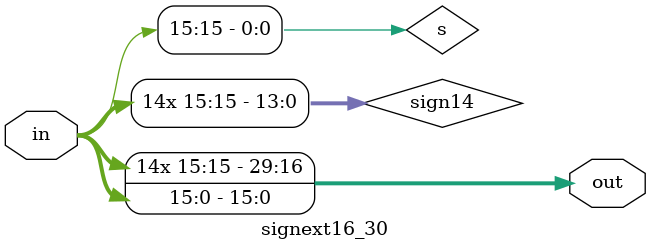
<source format=v>
module signext16_30(out, in);
    output [29:0] out;
    input [15:0] in;
    wire [13:0] sign14;
    wire s;
    assign s = in[15];
    assign sign14 = {s, s, s, s, s, s, s, s, s, s, s, s, s, s};
    assign out = {sign14, in};
endmodule

</source>
